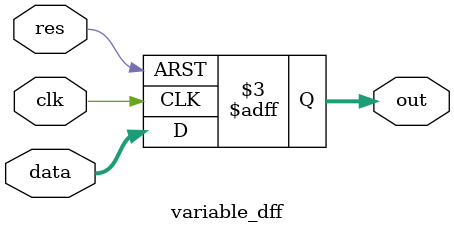
<source format=sv>
module variable_dff #(parameter N=7) (
	input logic[N-1:0] data,
	input logic clk,
	input logic res,
	output reg[N-1:0] out
);

	always_ff@(posedge clk, negedge res) begin
		if(!res) out <= 0;
		else out <= data;
	end

endmodule
</source>
